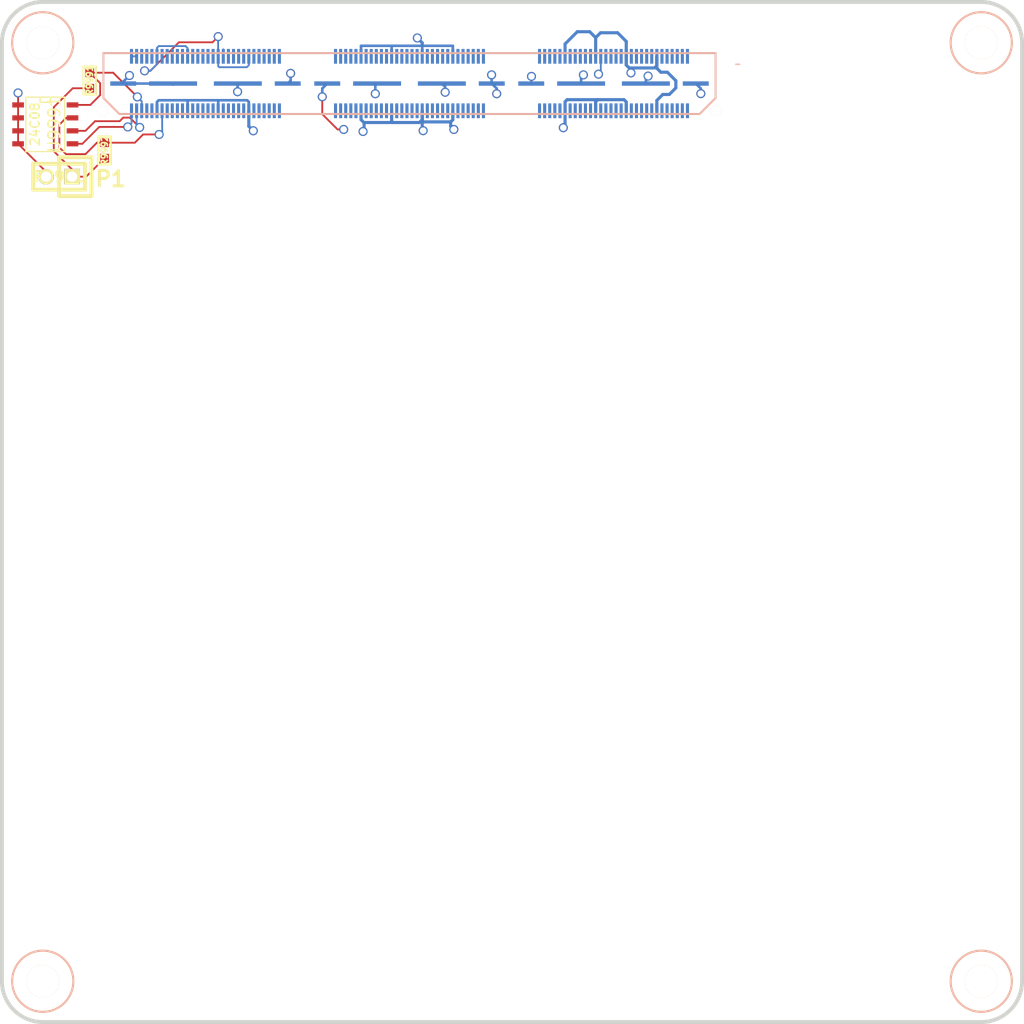
<source format=kicad_pcb>
(kicad_pcb (version 20221018) (generator pcbnew)
  (title_block (title "Daisho Project RS232 Front-End Board") (rev "1.0") (comment 1 "Copyright © 2013 Benjamin Vernoux") (comment 2 "License: GNU General Public License, version 2"))
  (layers (0 "F.Cu" signal) (1 "In1.Cu" signal "Inner2.Cu") (2 "In2.Cu" signal "Inner1.Cu") (31 "B.Cu" signal) (34 "B.Paste" user) (35 "F.Paste" user) (36 "B.SilkS" user) (37 "F.SilkS" user) (38 "B.Mask" user) (39 "F.Mask" user) (44 "Edge.Cuts" user))
  (net 0 "")
  (net 1 "!EN-B-TTL")
  (net 2 "!EN-D-TTL")
  (net 3 "!FORCEOFF-A-TTL")
  (net 4 "!FORCEOFF-C-TTL")
  (net 5 "!INVALID-A-TTL")
  (net 6 "!INVALID-C-TTL")
  (net 7 "!SHDN-B-TTL")
  (net 8 "!SHDN-D-TTL")
  (net 9 "/daisho_connector/FE_I2C_SCL")
  (net 10 "/daisho_connector/FE_I2C_SDA")
  (net 11 "/daisho_connector/VALT_FE")
  (net 12 "/daisho_connector/VRAW_SW")
  (net 13 "3V3A")
  (net 14 "3V3B")
  (net 15 "3V3C")
  (net 16 "CD-A-TTL")
  (net 17 "CD-B-TTL")
  (net 18 "CD-C-TTL")
  (net 19 "CD-D-TTL")
  (net 20 "CTS-A-TTL")
  (net 21 "CTS-B-TTL")
  (net 22 "CTS-C-TTL")
  (net 23 "CTS-D-TTL")
  (net 24 "DSR-A-TTL")
  (net 25 "DSR-B-TTL")
  (net 26 "DSR-C-TTL")
  (net 27 "DSR-D-TTL")
  (net 28 "DTR-A-TTL")
  (net 29 "DTR-B-TTL")
  (net 30 "DTR-C-TTL")
  (net 31 "DTR-D-TTL")
  (net 32 "FE_I2C_EEPROM_WP")
  (net 33 "FE_I2C_VCC")
  (net 34 "FORCEON-A-TTL")
  (net 35 "FORCEON-C-TTL")
  (net 36 "GND")
  (net 37 "MBAUD-B-TTL")
  (net 38 "MBAUD-D-TTL")
  (net 39 "N-000001")
  (net 40 "N-0000010")
  (net 41 "N-00000103")
  (net 42 "N-00000108")
  (net 43 "N-00000109")
  (net 44 "N-0000011")
  (net 45 "N-00000110")
  (net 46 "N-00000111")
  (net 47 "N-00000112")
  (net 48 "N-00000113")
  (net 49 "N-00000114")
  (net 50 "N-00000115")
  (net 51 "N-00000116")
  (net 52 "N-00000117")
  (net 53 "N-00000118")
  (net 54 "N-00000119")
  (net 55 "N-0000012")
  (net 56 "N-00000120")
  (net 57 "N-00000121")
  (net 58 "N-00000122")
  (net 59 "N-00000123")
  (net 60 "N-00000124")
  (net 61 "N-00000125")
  (net 62 "N-00000126")
  (net 63 "N-00000127")
  (net 64 "N-00000128")
  (net 65 "N-00000129")
  (net 66 "N-0000013")
  (net 67 "N-00000130")
  (net 68 "N-00000131")
  (net 69 "N-00000132")
  (net 70 "N-00000134")
  (net 71 "N-00000135")
  (net 72 "N-00000136")
  (net 73 "N-00000137")
  (net 74 "N-00000138")
  (net 75 "N-0000014")
  (net 76 "N-0000015")
  (net 77 "N-0000016")
  (net 78 "N-0000017")
  (net 79 "N-0000018")
  (net 80 "N-0000019")
  (net 81 "N-000002")
  (net 82 "N-0000020")
  (net 83 "N-0000021")
  (net 84 "N-0000022")
  (net 85 "N-0000023")
  (net 86 "N-0000024")
  (net 87 "N-0000025")
  (net 88 "N-0000026")
  (net 89 "N-0000027")
  (net 90 "N-0000028")
  (net 91 "N-0000029")
  (net 92 "N-000003")
  (net 93 "N-0000030")
  (net 94 "N-0000031")
  (net 95 "N-0000032")
  (net 96 "N-0000033")
  (net 97 "N-0000034")
  (net 98 "N-0000035")
  (net 99 "N-0000036")
  (net 100 "N-0000037")
  (net 101 "N-000004")
  (net 102 "N-0000048")
  (net 103 "N-0000049")
  (net 104 "N-000005")
  (net 105 "N-0000050")
  (net 106 "N-0000051")
  (net 107 "N-0000052")
  (net 108 "N-0000053")
  (net 109 "N-0000054")
  (net 110 "N-0000055")
  (net 111 "N-0000056")
  (net 112 "N-0000057")
  (net 113 "N-0000058")
  (net 114 "N-0000059")
  (net 115 "N-000006")
  (net 116 "N-0000060")
  (net 117 "N-0000061")
  (net 118 "N-0000062")
  (net 119 "N-0000066")
  (net 120 "N-000007")
  (net 121 "N-0000070")
  (net 122 "N-0000071")
  (net 123 "N-0000073")
  (net 124 "N-0000077")
  (net 125 "N-0000078")
  (net 126 "N-0000079")
  (net 127 "N-000008")
  (net 128 "N-0000080")
  (net 129 "N-0000081")
  (net 130 "N-0000082")
  (net 131 "N-0000083")
  (net 132 "N-0000084")
  (net 133 "N-0000085")
  (net 134 "N-0000086")
  (net 135 "N-0000087")
  (net 136 "N-0000088")
  (net 137 "N-0000089")
  (net 138 "N-000009")
  (net 139 "N-0000090")
  (net 140 "N-0000091")
  (net 141 "N-0000092")
  (net 142 "N-0000093")
  (net 143 "N-0000094")
  (net 144 "N-0000095")
  (net 145 "N-0000096")
  (net 146 "RI-A-TTL")
  (net 147 "RI-B-TTL")
  (net 148 "RI-C-TTL")
  (net 149 "RI-D-TTL")
  (net 150 "RTS-A-TTL")
  (net 151 "RTS-B-TTL")
  (net 152 "RTS-C-TTL")
  (net 153 "RTS-D-TTL")
  (net 154 "RXD-A-TTL")
  (net 155 "RXD-B-TTL")
  (net 156 "RXD-C-TTL")
  (net 157 "RXD-D-TTL")
  (net 158 "TXD-A-TTL")
  (net 159 "TXD-B-TTL")
  (net 160 "TXD-C-TTL")
  (net 161 "TXD-D-TTL")
  (footprint "GSG-HOLE126MIL" (layer "F.Cu") (at 175.999 140)
    (fp_text reference "H4" hide)
    (fp_text value "HOLE" hide)
  )
  (footprint "GSG-HOLE126MIL" (layer "F.Cu") (at 84.0003 140)
    (fp_text reference "H3" hide)
    (fp_text value "HOLE" hide)
  )
  (footprint "GSG-HOLE126MIL" (layer "F.Cu") (at 175.999 48.0009)
    (fp_text reference "H2" hide)
    (fp_text value "HOLE" hide)
  )
  (footprint "GSG-HOLE126MIL" (layer "F.Cu") (at 84.0003 48.0009)
    (fp_text reference "H1" hide)
    (fp_text value "HOLE" hide)
  )
  (footprint "GSG-0603" (layer "F.Cu") (at 88.6 51.7 -90)
    (fp_text reference "R9991")
    (fp_text value "10k" hide)
  )
  (footprint "GSG-0603" (layer "F.Cu") (at 90.06 58.56 -90)
    (fp_text reference "R9992")
    (fp_text value "10k" hide)
  )
  (footprint "GSG-HEADER-1x2" (layer "F.Cu") (at 85.6 61.13 180)
    (fp_text reference "P9991")
    (fp_text value "CONN_2" hide)
  )
  (footprint "SO8E" (layer "F.Cu") (at 84.25 56 -90)
    (fp_text reference "U9991")
    (fp_text value "24C08")
  )
  (footprint "SAMTEC_QSH-090-01-F-D-A" (layer "B.Cu") (at 119.95 52)
    (fp_text reference "J9991")
    (fp_text value "SAMTEC_QSH-090-D")
  )
  (gr_arc (start 175.99914 44.00042) (mid 178.827921 45.172139) (end 179.99964 48.00092) (stroke (width 0.381)) (layer "Edge.Cuts"))
  (gr_line (start 175.99914 144.00022) (end 84.00034 144.00022) (stroke (width 0.381)) (layer "Edge.Cuts"))
  (gr_arc (start 79.99984 48.00092) (mid 81.171559 45.172139) (end 84.00034 44.00042) (stroke (width 0.381)) (layer "Edge.Cuts"))
  (gr_arc (start 84.00034 144.00022) (mid 81.171559 142.828501) (end 79.99984 139.99972) (stroke (width 0.381)) (layer "Edge.Cuts"))
  (gr_line (start 79.99984 139.99972) (end 79.99984 48.00092) (stroke (width 0.381)) (layer "Edge.Cuts"))
  (gr_line (start 84.00034 44.00042) (end 175.99914 44.00042) (stroke (width 0.381)) (layer "Edge.Cuts"))
  (gr_line (start 179.99964 48.00092) (end 179.99964 139.99972) (stroke (width 0.381)) (layer "Edge.Cuts"))
  (gr_arc (start 179.99964 139.99972) (mid 178.827921 142.828501) (end 175.99914 144.00022) (stroke (width 0.381)) (layer "Edge.Cuts"))
  (gr_text "P1" (at 90.66 61.34) (layer "F.SilkS") (effects (font (size 1.5 1.5) (thickness 0.3))))
  (segment (start 88.185 56.635) (end 89.13 55.69) (width 0.1778) (layer "F.Cu") (net 9))
  (segment (start 89.13 55.69) (end 91.54 55.69) (width 0.1778) (layer "F.Cu") (net 9))
  (segment (start 91.54 55.69) (end 91.89 55.34) (width 0.1778) (layer "F.Cu") (net 9))
  (segment (start 91.89 55.34) (end 92.54 55.34) (width 0.1778) (layer "F.Cu") (net 9))
  (segment (start 92.54 55.34) (end 93.5 56.3) (width 0.1778) (layer "F.Cu") (net 9))
  (segment (start 86.917 56.635) (end 88.185 56.635) (width 0.1778) (layer "F.Cu") (net 9))
  (via (at 93.5 56.3) (size 0.889) (drill 0.635) (layers "F.Cu" "B.Cu") (net 9))
  (segment (start 93.2013 54.6695) (end 93.2013 56.0013) (width 0.1778) (layer "B.Cu") (net 9))
  (segment (start 93.2013 56.0013) (end 93.5 56.3) (width 0.1778) (layer "B.Cu") (net 9))
  (segment (start 89.538 56.252) (end 87.885 57.905) (width 0.1778) (layer "F.Cu") (net 10))
  (segment (start 87.885 57.905) (end 86.917 57.905) (width 0.1778) (layer "F.Cu") (net 10))
  (segment (start 92.3368 56.252) (end 89.538 56.252) (width 0.1778) (layer "F.Cu") (net 10))
  (via (at 92.3368 56.252) (size 0.889) (drill 0.635) (layers "F.Cu" "B.Cu") (net 10))
  (segment (start 92.3368 56.252) (end 92.7009 55.8879) (width 0.1778) (layer "B.Cu") (net 10))
  (segment (start 92.7009 54.6695) (end 92.7009 55.8879) (width 0.1778) (layer "B.Cu") (net 10))
  (segment (start 92.7009 49.3305) (end 93.2013 49.3305) (width 0.1778) (layer "B.Cu") (net 11))
  (segment (start 94.5484 50.7516) (end 97.3431 47.9569) (width 0.1778) (layer "F.Cu") (net 12))
  (segment (start 97.3431 47.9569) (end 100.643 47.9569) (width 0.1778) (layer "F.Cu") (net 12))
  (segment (start 94 50.7516) (end 94.5484 50.7516) (width 0.1778) (layer "F.Cu") (net 12))
  (segment (start 93.9841 50.7516) (end 94 50.7516) (width 0.1778) (layer "F.Cu") (net 12))
  (segment (start 100.643 47.9569) (end 101.2 47.4) (width 0.1778) (layer "F.Cu") (net 12))
  (via (at 93.9841 50.7516) (size 0.889) (drill 0.635) (layers "F.Cu" "B.Cu") (net 12))
  (via (at 101.2 47.4) (size 0.889) (drill 0.635) (layers "F.Cu" "B.Cu") (net 12))
  (segment (start 94 50.7516) (end 94.5484 50.7516) (width 0.1778) (layer "B.Cu") (net 12))
  (segment (start 98.2 48.5352) (end 98.2 49.3305) (width 0.1778) (layer "B.Cu") (net 12))
  (segment (start 95.2002 49.3305) (end 95.2002 48.4998) (width 0.1778) (layer "B.Cu") (net 12))
  (segment (start 104 50.3993) (end 101.299 50.3993) (width 0.1778) (layer "B.Cu") (net 12))
  (segment (start 104.199 49.3305) (end 104.199 50.1998) (width 0.1778) (layer "B.Cu") (net 12))
  (segment (start 95.3712 48.3288) (end 98.0031 48.3288) (width 0.1778) (layer "B.Cu") (net 12))
  (segment (start 104.1995 49.3305) (end 104.199 49.3305) (width 0.1778) (layer "B.Cu") (net 12))
  (segment (start 101.2 50.2997) (end 101.2 49.3305) (width 0.1778) (layer "B.Cu") (net 12))
  (segment (start 101.189 47.7814) (end 101.2 47.7703) (width 0.1778) (layer "B.Cu") (net 12))
  (segment (start 101.299 50.3993) (end 101.2 50.2997) (width 0.1778) (layer "B.Cu") (net 12))
  (segment (start 104.199 50.1998) (end 104 50.3993) (width 0.1778) (layer "B.Cu") (net 12))
  (segment (start 95.2002 50.0998) (end 95.2002 49.3305) (width 0.1778) (layer "B.Cu") (net 12))
  (segment (start 101.1997 49.3305) (end 101.2 49.3305) (width 0.1778) (layer "B.Cu") (net 12))
  (segment (start 93.9841 50.7516) (end 94 50.7516) (width 0.1778) (layer "B.Cu") (net 12))
  (segment (start 94 50.7516) (end 93.9841 50.7516) (width 0.1778) (layer "B.Cu") (net 12))
  (segment (start 94.5484 50.7516) (end 95.2002 50.0998) (width 0.1778) (layer "B.Cu") (net 12))
  (segment (start 98.0031 48.3288) (end 98.0031 48.3383) (width 0.1778) (layer "B.Cu") (net 12))
  (segment (start 95.2002 48.4998) (end 95.3712 48.3288) (width 0.1778) (layer "B.Cu") (net 12))
  (segment (start 101.2 47.7703) (end 101.2 47.4) (width 0.1778) (layer "B.Cu") (net 12))
  (segment (start 98.0031 48.3383) (end 98.2 48.5352) (width 0.1778) (layer "B.Cu") (net 12))
  (segment (start 101.2 49.3305) (end 101.189 47.7814) (width 0.1778) (layer "B.Cu") (net 12))
  (via (at 104.64 56.63) (size 0.889) (drill 0.635) (layers "F.Cu" "B.Cu") (net 13))
  (segment (start 104.19946 56.18946) (end 104.64 56.63) (width 0.3048) (layer "B.Cu") (net 13))
  (segment (start 95.3608 53.6392) (end 98.2 53.6392) (width 0.254) (layer "B.Cu") (net 13))
  (segment (start 101.2 53.6392) (end 98.2 53.6392) (width 0.254) (layer "B.Cu") (net 13))
  (segment (start 104.199 54.6695) (end 104.199 53.7995) (width 0.254) (layer "B.Cu") (net 13))
  (segment (start 101.2 54.6695) (end 101.2 54.1543) (width 0.254) (layer "B.Cu") (net 13))
  (segment (start 101.2 54.1543) (end 101.1997 54.1546) (width 0.254) (layer "B.Cu") (net 13))
  (segment (start 101.1997 54.1546) (end 101.1997 54.6695) (width 0.254) (layer "B.Cu") (net 13))
  (segment (start 104.19946 56.18946) (end 104.19946 54.66954) (width 0.3048) (layer "B.Cu") (net 13))
  (segment (start 95.2002 53.7998) (end 95.3608 53.6392) (width 0.254) (layer "B.Cu") (net 13))
  (segment (start 104.1995 54.6695) (end 104.199 54.6695) (width 0.254) (layer "B.Cu") (net 13))
  (segment (start 98.2 54.6695) (end 98.2 53.6392) (width 0.254) (layer "B.Cu") (net 13))
  (segment (start 101.2 54.1543) (end 101.2 53.6392) (width 0.254) (layer "B.Cu") (net 13))
  (segment (start 95.2002 54.6695) (end 95.2002 53.7998) (width 0.254) (layer "B.Cu") (net 13))
  (segment (start 104.039 53.6392) (end 101.2 53.6392) (width 0.254) (layer "B.Cu") (net 13))
  (segment (start 104.199 53.7995) (end 104.039 53.6392) (width 0.254) (layer "B.Cu") (net 13))
  (via (at 121.29 56.62) (size 0.889) (drill 0.635) (layers "F.Cu" "B.Cu") (net 14))
  (via (at 115.4 56.7) (size 0.889) (drill 0.635) (layers "F.Cu" "B.Cu") (net 14))
  (via (at 124.3 56.5) (size 0.889) (drill 0.635) (layers "F.Cu" "B.Cu") (net 14))
  (via (at 120.72 47.53) (size 0.889) (drill 0.635) (layers "F.Cu" "B.Cu") (net 14))
  (segment (start 118.19994 55.68994) (end 118.33 55.82) (width 0.3048) (layer "B.Cu") (net 14))
  (segment (start 118.33 55.82) (end 120.92 55.82) (width 0.3048) (layer "B.Cu") (net 14))
  (segment (start 120.92 55.82) (end 121.19968 55.54032) (width 0.3048) (layer "B.Cu") (net 14))
  (segment (start 121.19968 55.54032) (end 121.19968 54.66954) (width 0.3048) (layer "B.Cu") (net 14))
  (segment (start 115.2002 55.5402) (end 115.48 55.82) (width 0.3048) (layer "B.Cu") (net 14))
  (segment (start 115.48 55.82) (end 115.5 55.82) (width 0.3048) (layer "B.Cu") (net 14))
  (segment (start 121.19968 56.52968) (end 121.29 56.62) (width 0.3048) (layer "B.Cu") (net 14))
  (segment (start 124.19942 55.55058) (end 123.99 55.76) (width 0.3048) (layer "B.Cu") (net 14))
  (segment (start 123.99 55.76) (end 121.19968 55.76) (width 0.3048) (layer "B.Cu") (net 14))
  (segment (start 121.19968 55.76) (end 121.19968 56.52968) (width 0.3048) (layer "B.Cu") (net 14))
  (segment (start 121.1997 48.34) (end 121.1997 48.3002) (width 0.254) (layer "B.Cu") (net 14))
  (segment (start 121.1997 48.0097) (end 120.72 47.53) (width 0.3048) (layer "B.Cu") (net 14))
  (segment (start 115.5 55.82) (end 118.33 55.82) (width 0.3048) (layer "B.Cu") (net 14))
  (segment (start 115.5 56.6) (end 115.4 56.7) (width 0.3048) (layer "B.Cu") (net 14))
  (segment (start 123.99 56.19) (end 124.3 56.5) (width 0.3048) (layer "B.Cu") (net 14))
  (segment (start 124.1994 49.3305) (end 124.1994 48.3002) (width 0.254) (layer "B.Cu") (net 14))
  (segment (start 121.1997 48.3002) (end 124.1994 48.3002) (width 0.254) (layer "B.Cu") (net 14))
  (segment (start 121.1997 48.3002) (end 118.1999 48.3002) (width 0.254) (layer "B.Cu") (net 14))
  (segment (start 115.2002 54.66954) (end 115.2002 55.5402) (width 0.3048) (layer "B.Cu") (net 14))
  (segment (start 118.19994 54.66954) (end 118.19994 55.68994) (width 0.3048) (layer "B.Cu") (net 14))
  (segment (start 121.1997 49.3305) (end 121.1997 48.34) (width 0.254) (layer "B.Cu") (net 14))
  (segment (start 118.1999 48.3002) (end 115.2002 48.3002) (width 0.254) (layer "B.Cu") (net 14))
  (segment (start 121.19968 54.66954) (end 121.19968 55.76) (width 0.3048) (layer "B.Cu") (net 14))
  (segment (start 123.99 55.76) (end 123.99 56.19) (width 0.3048) (layer "B.Cu") (net 14))
  (segment (start 115.2002 49.3305) (end 115.2002 48.3002) (width 0.254) (layer "B.Cu") (net 14))
  (segment (start 118.1999 49.3305) (end 118.1999 48.3002) (width 0.254) (layer "B.Cu") (net 14))
  (segment (start 124.19942 54.66954) (end 124.19942 55.55058) (width 0.3048) (layer "B.Cu") (net 14))
  (segment (start 115.5 55.82) (end 115.5 56.6) (width 0.3048) (layer "B.Cu") (net 14))
  (segment (start 121.1997 48.34) (end 121.1997 48.0097) (width 0.3048) (layer "B.Cu") (net 14))
  (via (at 135.03 56.33) (size 0.889) (drill 0.635) (layers "F.Cu" "B.Cu") (net 15))
  (via (at 141.66 50.95) (size 0.889) (drill 0.635) (layers "F.Cu" "B.Cu") (net 15))
  (segment (start 138.1999 47.4999) (end 137.62 46.92) (width 0.3048) (layer "B.Cu") (net 15))
  (segment (start 137.62 46.92) (end 136.4 46.92) (width 0.3048) (layer "B.Cu") (net 15))
  (segment (start 136.4 46.92) (end 135.20016 48.11984) (width 0.3048) (layer "B.Cu") (net 15))
  (segment (start 135.20016 48.11984) (end 135.20016 49.33046) (width 0.3048) (layer "B.Cu") (net 15))
  (segment (start 141.19964 47.86964) (end 140.35 47.02) (width 0.3048) (layer "B.Cu") (net 15))
  (segment (start 140.35 47.02) (end 138.6798 47.02) (width 0.3048) (layer "B.Cu") (net 15))
  (segment (start 138.6798 47.02) (end 138.1999 47.4999) (width 0.3048) (layer "B.Cu") (net 15))
  (segment (start 141.19964 53.79964) (end 140.98 53.58) (width 0.3048) (layer "B.Cu") (net 15))
  (segment (start 140.98 53.58) (end 138.4 53.58) (width 0.3048) (layer "B.Cu") (net 15))
  (segment (start 138.4 53.58) (end 138.1999 53.7801) (width 0.3048) (layer "B.Cu") (net 15))
  (segment (start 138.1999 53.7801) (end 138.1999 54.66954) (width 0.3048) (layer "B.Cu") (net 15))
  (segment (start 135.20016 53.77984) (end 135.4 53.58) (width 0.3048) (layer "B.Cu") (net 15))
  (segment (start 135.4 53.58) (end 138.4 53.58) (width 0.3048) (layer "B.Cu") (net 15))
  (segment (start 141.19964 50.18964) (end 141.48 50.47) (width 0.3048) (layer "B.Cu") (net 15))
  (segment (start 141.48 50.47) (end 141.56 50.47) (width 0.3048) (layer "B.Cu") (net 15))
  (segment (start 143.98 50.47) (end 144.19938 50.25062) (width 0.3048) (layer "B.Cu") (net 15))
  (segment (start 144.19938 50.25062) (end 144.19938 49.33046) (width 0.3048) (layer "B.Cu") (net 15))
  (segment (start 135.20016 56.15984) (end 135.03 56.33) (width 0.3048) (layer "B.Cu") (net 15))
  (segment (start 141.56 50.47) (end 143.98 50.47) (width 0.3048) (layer "B.Cu") (net 15))
  (segment (start 141.56 50.85) (end 141.66 50.95) (width 0.3048) (layer "B.Cu") (net 15))
  (segment (start 144.19938 50.49938) (end 144.59 50.89) (width 0.3048) (layer "B.Cu") (net 15))
  (segment (start 144.59 50.89) (end 145.23 50.89) (width 0.3048) (layer "B.Cu") (net 15))
  (segment (start 145.23 50.89) (end 146.06 51.72) (width 0.3048) (layer "B.Cu") (net 15))
  (segment (start 146.06 51.72) (end 146.06 52.43) (width 0.3048) (layer "B.Cu") (net 15))
  (segment (start 146.06 52.43) (end 145.42 53.07) (width 0.3048) (layer "B.Cu") (net 15))
  (segment (start 145.42 53.07) (end 144.78 53.07) (width 0.3048) (layer "B.Cu") (net 15))
  (segment (start 144.78 53.07) (end 144.19938 53.65062) (width 0.3048) (layer "B.Cu") (net 15))
  (segment (start 144.19938 53.65062) (end 144.19938 54.66954) (width 0.3048) (layer "B.Cu") (net 15))
  (segment (start 135.20016 54.66954) (end 135.20016 53.77984) (width 0.3048) (layer "B.Cu") (net 15))
  (segment (start 141.19964 49.33046) (end 141.19964 50.18964) (width 0.3048) (layer "B.Cu") (net 15))
  (segment (start 135.20016 54.66954) (end 135.20016 56.15984) (width 0.3048) (layer "B.Cu") (net 15))
  (segment (start 144.19938 49.33046) (end 144.19938 50.49938) (width 0.3048) (layer "B.Cu") (net 15))
  (segment (start 138.1999 49.33046) (end 138.1999 47.4999) (width 0.3048) (layer "B.Cu") (net 15))
  (segment (start 141.19964 54.66954) (end 141.19964 53.79964) (width 0.3048) (layer "B.Cu") (net 15))
  (segment (start 141.56 50.85) (end 141.56 50.47) (width 0.3048) (layer "B.Cu") (net 15))
  (segment (start 141.19964 49.33046) (end 141.19964 47.86964) (width 0.3048) (layer "B.Cu") (net 15))
  (via (at 138.48 51.08) (size 0.889) (drill 0.635) (layers "F.Cu" "B.Cu") (net 19))
  (segment (start 138.48 51.08) (end 138.7062 50.8538) (width 0.1778) (layer "B.Cu") (net 19))
  (segment (start 138.7062 50.8538) (end 138.7003 49.3305) (width 0.1778) (layer "B.Cu") (net 19))
  (segment (start 101.7 48.6652) (end 101.7001 48.6653) (width 0.1778) (layer "B.Cu") (net 21))
  (segment (start 101.7 49.3305) (end 101.7 48.6652) (width 0.1778) (layer "B.Cu") (net 21))
  (segment (start 101.7001 48.6653) (end 101.7001 49.3305) (width 0.1778) (layer "B.Cu") (net 21))
  (segment (start 102.701 48.9148) (end 102.701 49.3305) (width 0.1778) (layer "B.Cu") (net 25))
  (segment (start 102.701 48.9148) (end 102.7009 48.9149) (width 0.1778) (layer "B.Cu") (net 25))
  (segment (start 102.7009 48.9149) (end 102.7009 49.3305) (width 0.1778) (layer "B.Cu") (net 25))
  (segment (start 89.312 57.798) (end 88.19 58.92) (width 0.1778) (layer "F.Cu") (net 32))
  (segment (start 88.19 58.92) (end 86.28 58.92) (width 0.1778) (layer "F.Cu") (net 32))
  (segment (start 86.28 58.92) (end 85.63 58.27) (width 0.1778) (layer "F.Cu") (net 32))
  (segment (start 85.63 58.27) (end 85.63 56.03) (width 0.1778) (layer "F.Cu") (net 32))
  (segment (start 85.63 56.03) (end 86.295 55.365) (width 0.1778) (layer "F.Cu") (net 32))
  (segment (start 86.295 55.365) (end 86.917 55.365) (width 0.1778) (layer "F.Cu") (net 32))
  (segment (start 93.84 56.99) (end 93.032 57.798) (width 0.1778) (layer "F.Cu") (net 32))
  (segment (start 93.032 57.798) (end 90.06 57.798) (width 0.1778) (layer "F.Cu") (net 32))
  (segment (start 95.41 56.99) (end 93.84 56.99) (width 0.1778) (layer "F.Cu") (net 32))
  (segment (start 90.06 57.798) (end 89.312 57.798) (width 0.1778) (layer "F.Cu") (net 32))
  (via (at 95.41 56.99) (size 0.889) (drill 0.635) (layers "F.Cu" "B.Cu") (net 32))
  (segment (start 95.7006 54.6695) (end 95.7106 56.6894) (width 0.1778) (layer "B.Cu") (net 32))
  (segment (start 95.7106 56.6894) (end 95.41 56.99) (width 0.1778) (layer "B.Cu") (net 32))
  (segment (start 88.665 54.095) (end 89.63 53.13) (width 0.1778) (layer "F.Cu") (net 33))
  (segment (start 89.63 53.13) (end 89.63 51.968) (width 0.1778) (layer "F.Cu") (net 33))
  (segment (start 89.63 51.968) (end 88.6 50.938) (width 0.1778) (layer "F.Cu") (net 33))
  (segment (start 90.9014 50.938) (end 88.6 50.938) (width 0.1778) (layer "F.Cu") (net 33))
  (segment (start 93.2707 53.3073) (end 90.9014 50.938) (width 0.1778) (layer "F.Cu") (net 33))
  (segment (start 86.917 54.095) (end 88.665 54.095) (width 0.1778) (layer "F.Cu") (net 33))
  (via (at 93.2707 53.3073) (size 0.889) (drill 0.635) (layers "F.Cu" "B.Cu") (net 33))
  (segment (start 93.6991 54.6695) (end 93.6991 53.7357) (width 0.1778) (layer "B.Cu") (net 33))
  (segment (start 93.6991 53.7357) (end 93.2707 53.3073) (width 0.1778) (layer "B.Cu") (net 33))
  (segment (start 81.583 52.923) (end 81.58 52.92) (width 0.1778) (layer "F.Cu") (net 36))
  (segment (start 81.583 56.635) (end 81.583 55.365) (width 0.1778) (layer "F.Cu") (net 36))
  (segment (start 81.583 55.365) (end 81.583 54.095) (width 0.1778) (layer "F.Cu") (net 36))
  (segment (start 84.33 60.652) (end 81.583 57.905) (width 0.1778) (layer "F.Cu") (net 36))
  (segment (start 111.4 55) (end 112.9 56.5) (width 0.1778) (layer "F.Cu") (net 36))
  (segment (start 84.33 61.13) (end 84.33 60.652) (width 0.1778) (layer "F.Cu") (net 36))
  (segment (start 111.4 53.3) (end 111.4 55) (width 0.1778) (layer "F.Cu") (net 36))
  (segment (start 81.583 57.905) (end 81.583 56.635) (width 0.1778) (layer "F.Cu") (net 36))
  (segment (start 113.5 56.5) (end 112.9 56.5) (width 0.1778) (layer "F.Cu") (net 36))
  (segment (start 81.583 54.095) (end 81.583 52.923) (width 0.1778) (layer "F.Cu") (net 36))
  (via (at 128.5 53) (size 0.889) (drill 0.635) (layers "F.Cu" "B.Cu") (net 36))
  (via (at 81.58 52.92) (size 0.889) (drill 0.635) (layers "F.Cu" "B.Cu") (net 36))
  (via (at 116.6 53) (size 0.889) (drill 0.635) (layers "F.Cu" "B.Cu") (net 36))
  (via (at 148.51 52.99) (size 0.889) (drill 0.635) (layers "F.Cu" "B.Cu") (net 36))
  (via (at 108.3 51) (size 0.889) (drill 0.635) (layers "F.Cu" "B.Cu") (net 36))
  (via (at 92.5 51.21) (size 0.889) (drill 0.635) (layers "F.Cu" "B.Cu") (net 36))
  (via (at 111.4 53.3) (size 0.889) (drill 0.635) (layers "F.Cu" "B.Cu") (net 36))
  (via (at 113.5 56.5) (size 0.889) (drill 0.635) (layers "F.Cu" "B.Cu") (net 36))
  (via (at 103.1 52.8) (size 0.889) (drill 0.635) (layers "F.Cu" "B.Cu") (net 36))
  (via (at 123.45 52.85) (size 0.889) (drill 0.635) (layers "F.Cu" "B.Cu") (net 36))
  (via (at 137 51.15) (size 0.889) (drill 0.635) (layers "F.Cu" "B.Cu") (net 36))
  (via (at 143.34 51.27) (size 0.889) (drill 0.635) (layers "F.Cu" "B.Cu") (net 36))
  (via (at 131.91 51.3) (size 0.889) (drill 0.635) (layers "F.Cu" "B.Cu") (net 36))
  (via (at 128 51.15) (size 0.889) (drill 0.635) (layers "F.Cu" "B.Cu") (net 36))
  (segment (start 131.88546 51.32454) (end 131.91 51.3) (width 0.1778) (layer "B.Cu") (net 36))
  (segment (start 128 51.15) (end 127.9845 51.1655) (width 0.1778) (layer "B.Cu") (net 36))
  (segment (start 103.12504 52.77496) (end 103.1 52.8) (width 0.1778) (layer "B.Cu") (net 36))
  (segment (start 123.45 52.325) (end 123.125 52) (width 0.254) (layer "B.Cu") (net 36))
  (segment (start 116.6 52.175) (end 116.775 52) (width 0.254) (layer "B.Cu") (net 36))
  (segment (start 111.4 52.4855) (end 111.8855 52) (width 0.254) (layer "B.Cu") (net 36))
  (segment (start 108.3 51.71454) (end 108.01454 52) (width 0.254) (layer "B.Cu") (net 36))
  (segment (start 103.1 52.02504) (end 103.12504 52) (width 0.254) (layer "B.Cu") (net 36))
  (segment (start 96.863588 52) (end 96.77504 52.088548) (width 0.254) (layer "B.Cu") (net 36))
  (segment (start 96.77504 52.088548) (end 96.77504 52) (width 0.254) (layer "B.Cu") (net 36))
  (segment (start 91.88554 51.82446) (end 92.5 51.21) (width 0.254) (layer "B.Cu") (net 36))
  (segment (start 128.5 52.4855) (end 128.0145 52) (width 0.254) (layer "B.Cu") (net 36))
  (segment (start 127.9845 51.1655) (end 128 51.15) (width 0.254) (layer "B.Cu") (net 36))
  (segment (start 128 51.9855) (end 128.0145 52) (width 0.254) (layer "B.Cu") (net 36))
  (segment (start 136.77496 51.37504) (end 137 51.15) (width 0.254) (layer "B.Cu") (net 36))
  (segment (start 143.12496 51.48504) (end 143.34 51.27) (width 0.254) (layer "B.Cu") (net 36))
  (segment (start 148.51 52.49554) (end 148.01446 52) (width 0.254) (layer "B.Cu") (net 36))
  (segment (start 123.45 52.85) (end 123.45 52.325) (width 0.254) (layer "B.Cu") (net 36))
  (segment (start 136.77496 52) (end 135.21 52) (width 0.1778) (layer "B.Cu") (net 36))
  (segment (start 108.3 51) (end 108.3 51.71454) (width 0.254) (layer "B.Cu") (net 36))
  (segment (start 131.88546 52) (end 131.88546 51.32454) (width 0.1778) (layer "B.Cu") (net 36))
  (segment (start 91.88554 52) (end 96.77504 52) (width 0.254) (layer "B.Cu") (net 36))
  (segment (start 91.8855 52) (end 92 51.8855) (width 0.1778) (layer "B.Cu") (net 36))
  (segment (start 103.1 52.8) (end 103.1 52.02504) (width 0.254) (layer "B.Cu") (net 36))
  (segment (start 111.4 53.3) (end 111.4 52.4855) (width 0.254) (layer "B.Cu") (net 36))
  (segment (start 136.77496 52) (end 136.77496 51.37504) (width 0.254) (layer "B.Cu") (net 36))
  (segment (start 148.51 52.99) (end 148.51 52.49554) (width 0.254) (layer "B.Cu") (net 36))
  (segment (start 116.775 52.825) (end 116.6 53) (width 0.1778) (layer "B.Cu") (net 36))
  (segment (start 116.6 53) (end 116.6 52.175) (width 0.254) (layer "B.Cu") (net 36))
  (segment (start 91.88554 52) (end 91.88554 51.82446) (width 0.254) (layer "B.Cu") (net 36))
  (segment (start 128 51.15) (end 128 51.9855) (width 0.254) (layer "B.Cu") (net 36))
  (segment (start 128.5 53) (end 128.5 52.4855) (width 0.254) (layer "B.Cu") (net 36))
  (segment (start 143.12496 52) (end 143.12496 51.48504) (width 0.254) (layer "B.Cu") (net 36))
  (segment (start 88.252 61.13) (end 90.06 59.322) (width 0.1778) (layer "F.Cu") (net 119))
  (segment (start 85.08 58.63) (end 85.08 54.32) (width 0.1778) (layer "F.Cu") (net 119))
  (segment (start 85.08 54.32) (end 86.938 52.462) (width 0.1778) (layer "F.Cu") (net 119))
  (segment (start 86.938 52.462) (end 88.6 52.462) (width 0.1778) (layer "F.Cu") (net 119))
  (segment (start 86.87 60.42) (end 85.08 58.63) (width 0.1778) (layer "F.Cu") (net 119))
  (segment (start 86.87 61.13) (end 86.87 60.42) (width 0.1778) (layer "F.Cu") (net 119))
  (segment (start 86.87 61.13) (end 88.252 61.13) (width 0.1778) (layer "F.Cu") (net 119))
  (segment (start 100.699 48.9313) (end 100.699 49.3305) (width 0.1778) (layer "B.Cu") (net 147))
  (segment (start 100.699 48.9313) (end 100.6993 48.9316) (width 0.1778) (layer "B.Cu") (net 147))
  (segment (start 100.6993 48.9316) (end 100.6993 49.3305) (width 0.1778) (layer "B.Cu") (net 147))
  (segment (start 102.2 48.7754) (end 102.2005 48.7759) (width 0.1778) (layer "B.Cu") (net 155))
  (segment (start 102.2005 48.7759) (end 102.2005 49.3305) (width 0.1778) (layer "B.Cu") (net 155))
  (segment (start 102.2 49.3305) (end 102.2 48.7754) (width 0.1778) (layer "B.Cu") (net 155))
)
</source>
